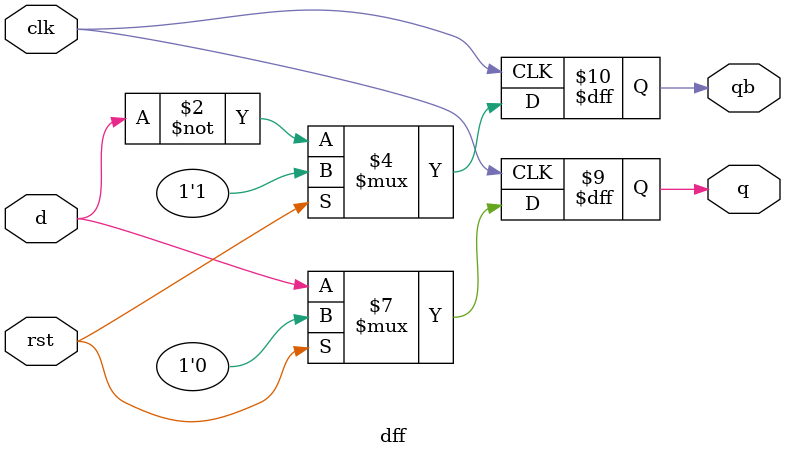
<source format=v>
`timescale 1ns / 1ps

module dff(clk, rst, d, q, qb);
input clk;
input rst;
input d;
output q;
output qb;

reg q;
reg qb;

always @(posedge clk)
begin
	if(rst)
	begin
		q <= 1'b0;
		qb <= 1'b1;
	end
	
	else
	begin
		q <= d;
		qb <= ~d;
	end
	
end

endmodule

</source>
